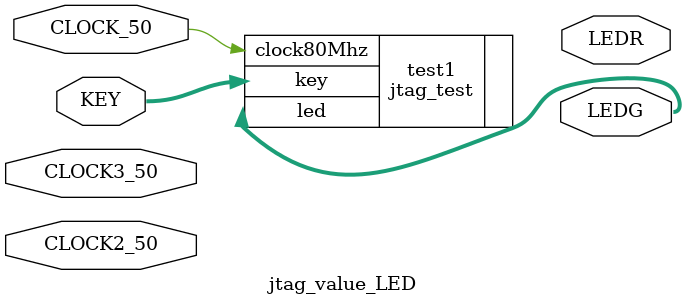
<source format=v>


module jtag_value_LED(

	//////////// CLOCK //////////
	CLOCK_50,
	CLOCK2_50,
	CLOCK3_50,

	//////////// LED //////////
	LEDG,
	LEDR,

	//////////// KEY //////////
	KEY 
);

//=======================================================
//  PARAMETER declarations
//=======================================================


//=======================================================
//  PORT declarations
//=======================================================

//////////// CLOCK //////////
input 		          		CLOCK_50;
input 		          		CLOCK2_50;
input 		          		CLOCK3_50;

//////////// LED //////////
output		     [8:0]		LEDG;
output		    [17:0]		LEDR;

//////////// KEY //////////
input 		     [3:0]		KEY;


//=======================================================
//  REG/WIRE declarations
//=======================================================

jtag_test test1(
	.clock80Mhz(CLOCK_50), 
	.key(KEY),
	.led(LEDG)
	);


//=======================================================
//  Structural coding
//=======================================================



endmodule

</source>
